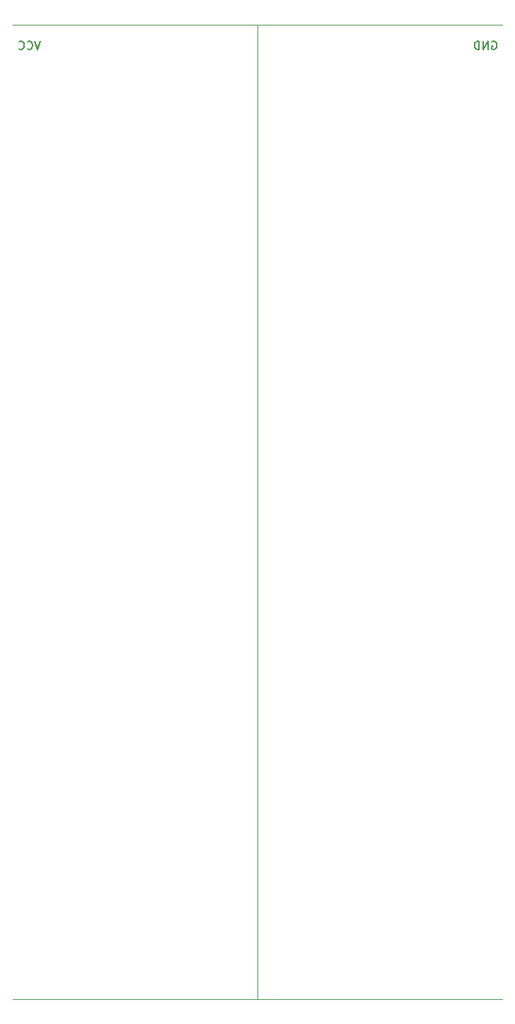
<source format=gbr>
%TF.GenerationSoftware,KiCad,Pcbnew,8.0.4*%
%TF.CreationDate,2024-09-27T18:27:05+01:00*%
%TF.ProjectId,EuroRackPanel-12HP-60mm,4575726f-5261-4636-9b50-616e656c2d31,rev?*%
%TF.SameCoordinates,Original*%
%TF.FileFunction,Legend,Bot*%
%TF.FilePolarity,Positive*%
%FSLAX46Y46*%
G04 Gerber Fmt 4.6, Leading zero omitted, Abs format (unit mm)*
G04 Created by KiCad (PCBNEW 8.0.4) date 2024-09-27 18:27:05*
%MOMM*%
%LPD*%
G01*
G04 APERTURE LIST*
%ADD10C,0.100000*%
%ADD11C,0.150000*%
G04 APERTURE END LIST*
D10*
X51000000Y-56000000D02*
X109600000Y-56000000D01*
X80300000Y-56000000D02*
X80300000Y-172500000D01*
X51000000Y-172500000D02*
X109600000Y-172500000D01*
D11*
X54333332Y-57954819D02*
X53999999Y-58954819D01*
X53999999Y-58954819D02*
X53666666Y-57954819D01*
X52761904Y-58859580D02*
X52809523Y-58907200D01*
X52809523Y-58907200D02*
X52952380Y-58954819D01*
X52952380Y-58954819D02*
X53047618Y-58954819D01*
X53047618Y-58954819D02*
X53190475Y-58907200D01*
X53190475Y-58907200D02*
X53285713Y-58811961D01*
X53285713Y-58811961D02*
X53333332Y-58716723D01*
X53333332Y-58716723D02*
X53380951Y-58526247D01*
X53380951Y-58526247D02*
X53380951Y-58383390D01*
X53380951Y-58383390D02*
X53333332Y-58192914D01*
X53333332Y-58192914D02*
X53285713Y-58097676D01*
X53285713Y-58097676D02*
X53190475Y-58002438D01*
X53190475Y-58002438D02*
X53047618Y-57954819D01*
X53047618Y-57954819D02*
X52952380Y-57954819D01*
X52952380Y-57954819D02*
X52809523Y-58002438D01*
X52809523Y-58002438D02*
X52761904Y-58050057D01*
X51761904Y-58859580D02*
X51809523Y-58907200D01*
X51809523Y-58907200D02*
X51952380Y-58954819D01*
X51952380Y-58954819D02*
X52047618Y-58954819D01*
X52047618Y-58954819D02*
X52190475Y-58907200D01*
X52190475Y-58907200D02*
X52285713Y-58811961D01*
X52285713Y-58811961D02*
X52333332Y-58716723D01*
X52333332Y-58716723D02*
X52380951Y-58526247D01*
X52380951Y-58526247D02*
X52380951Y-58383390D01*
X52380951Y-58383390D02*
X52333332Y-58192914D01*
X52333332Y-58192914D02*
X52285713Y-58097676D01*
X52285713Y-58097676D02*
X52190475Y-58002438D01*
X52190475Y-58002438D02*
X52047618Y-57954819D01*
X52047618Y-57954819D02*
X51952380Y-57954819D01*
X51952380Y-57954819D02*
X51809523Y-58002438D01*
X51809523Y-58002438D02*
X51761904Y-58050057D01*
X108361904Y-58002438D02*
X108457142Y-57954819D01*
X108457142Y-57954819D02*
X108599999Y-57954819D01*
X108599999Y-57954819D02*
X108742856Y-58002438D01*
X108742856Y-58002438D02*
X108838094Y-58097676D01*
X108838094Y-58097676D02*
X108885713Y-58192914D01*
X108885713Y-58192914D02*
X108933332Y-58383390D01*
X108933332Y-58383390D02*
X108933332Y-58526247D01*
X108933332Y-58526247D02*
X108885713Y-58716723D01*
X108885713Y-58716723D02*
X108838094Y-58811961D01*
X108838094Y-58811961D02*
X108742856Y-58907200D01*
X108742856Y-58907200D02*
X108599999Y-58954819D01*
X108599999Y-58954819D02*
X108504761Y-58954819D01*
X108504761Y-58954819D02*
X108361904Y-58907200D01*
X108361904Y-58907200D02*
X108314285Y-58859580D01*
X108314285Y-58859580D02*
X108314285Y-58526247D01*
X108314285Y-58526247D02*
X108504761Y-58526247D01*
X107885713Y-58954819D02*
X107885713Y-57954819D01*
X107885713Y-57954819D02*
X107314285Y-58954819D01*
X107314285Y-58954819D02*
X107314285Y-57954819D01*
X106838094Y-58954819D02*
X106838094Y-57954819D01*
X106838094Y-57954819D02*
X106599999Y-57954819D01*
X106599999Y-57954819D02*
X106457142Y-58002438D01*
X106457142Y-58002438D02*
X106361904Y-58097676D01*
X106361904Y-58097676D02*
X106314285Y-58192914D01*
X106314285Y-58192914D02*
X106266666Y-58383390D01*
X106266666Y-58383390D02*
X106266666Y-58526247D01*
X106266666Y-58526247D02*
X106314285Y-58716723D01*
X106314285Y-58716723D02*
X106361904Y-58811961D01*
X106361904Y-58811961D02*
X106457142Y-58907200D01*
X106457142Y-58907200D02*
X106599999Y-58954819D01*
X106599999Y-58954819D02*
X106838094Y-58954819D01*
M02*

</source>
